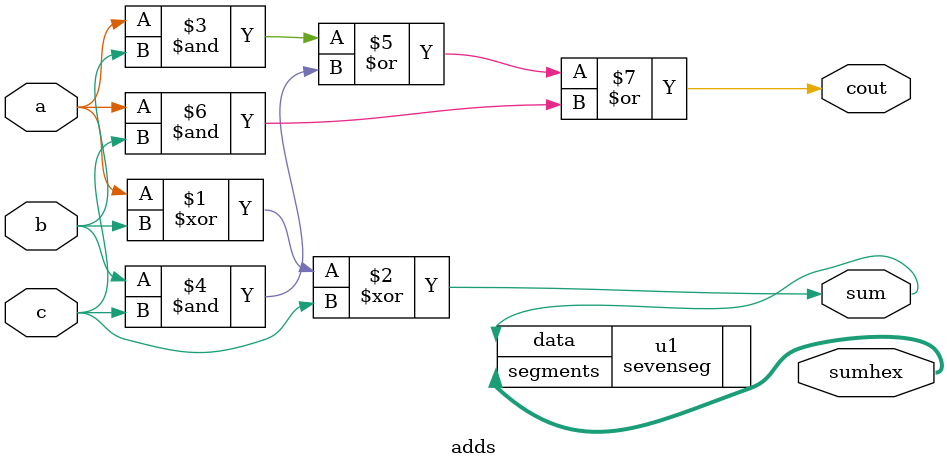
<source format=sv>
module adds (input logic b,
				input logic a,
				input logic c,
				output logic sum,
				output logic cout,
				output logic [6:0] sumhex
						);

	
	

	
	sevenseg u1 (
		.data(sum),
		.segments(sumhex)
	);
	
	assign sum = a ^ b ^ c;
	assign cout = (a & b) | (b & c) | (a & c);
				
endmodule
</source>
